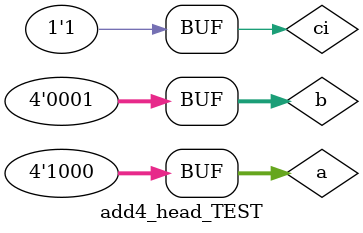
<source format=v>
`timescale 1ns / 1ps


module add4_head ( a, b, ci, s, pp, gg);



input[3:0]    a;

input[3:0]    b;

input            ci;



output[3:0]  s;

output          pp;

output          gg;



wire[3:0]       p;

wire[3:0]       g;

wire[2:0]       c;



assign p[0] = a[0] ^ b[0];

assign p[1] = a[1] ^ b[1];

assign p[2] = a[2] ^ b[2];

assign p[3] = a[3] ^ b[3];



assign g[0] = a[0] & b[0];

assign g[1] = a[1] & b[1];

assign g[2] = a[2] & b[2];

assign g[3] = a[3] & b[3];



assign c[0] = (p[0] & ci) | g[0];

assign c[1] = (p[1] & c[0]) | g[1];

assign c[2] = (p[2] & c[1]) | g[2];



assign pp = p[3] & p[2] & p[1] & p[0];

assign gg  = g[3] | (p[3] & (g[2] | p[2] & (g[1] | p[1] & g[0])));



assign s[0] = p[0] ^ ci;

assign s[1] = p[1] ^ c[0];

assign s[2] = p[2] ^ c[1];

assign s[3] = p[3] ^ c[2];



endmodule


module add4_head_TEST;
reg [3:0] a,b;
reg ci;
wire [3:0] s;
wire pp,gg;
add4_head ttt ( .a(a), .b(b), .ci(ci), .s(s), .pp(pp), .gg(gg) );
    initial begin
      a = 'b1000;
      b = 'b0001;
      ci = 1;
    end
endmodule
</source>
